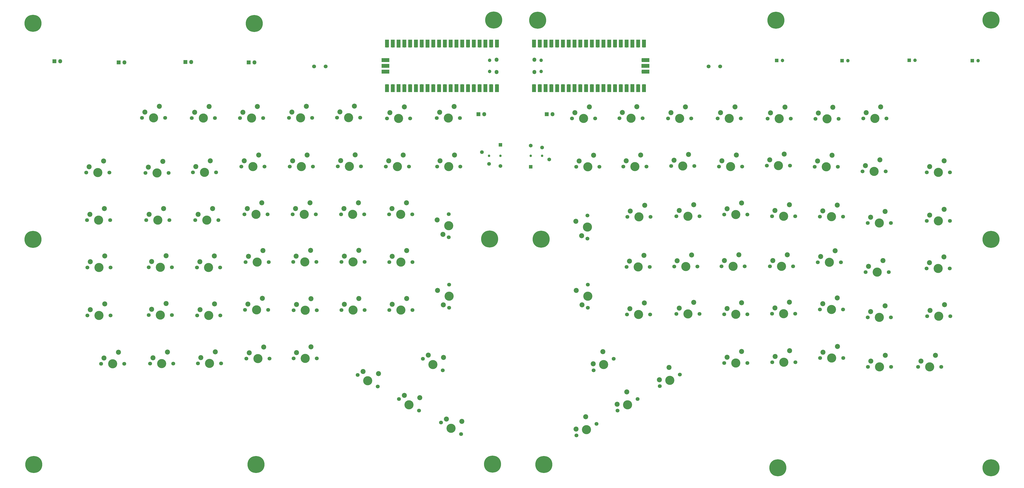
<source format=gbr>
%TF.GenerationSoftware,KiCad,Pcbnew,7.0.1-3b83917a11~172~ubuntu22.04.1*%
%TF.CreationDate,2023-03-22T13:00:23+01:00*%
%TF.ProjectId,Europe-ergo-smd,4575726f-7065-42d6-9572-676f2d736d64,rev?*%
%TF.SameCoordinates,Original*%
%TF.FileFunction,Soldermask,Bot*%
%TF.FilePolarity,Negative*%
%FSLAX46Y46*%
G04 Gerber Fmt 4.6, Leading zero omitted, Abs format (unit mm)*
G04 Created by KiCad (PCBNEW 7.0.1-3b83917a11~172~ubuntu22.04.1) date 2023-03-22 13:00:23*
%MOMM*%
%LPD*%
G01*
G04 APERTURE LIST*
%ADD10C,7.500000*%
%ADD11C,1.700000*%
%ADD12C,4.000000*%
%ADD13C,2.200000*%
%ADD14R,1.500000X1.500000*%
%ADD15O,1.500000X1.500000*%
%ADD16R,1.800000X1.800000*%
%ADD17O,1.800000X1.800000*%
%ADD18C,1.100000*%
%ADD19R,1.650000X1.650000*%
%ADD20C,1.650000*%
%ADD21O,1.700000X1.700000*%
%ADD22R,1.700000X3.500000*%
%ADD23R,1.700000X1.700000*%
%ADD24R,3.500000X1.700000*%
G04 APERTURE END LIST*
D10*
%TO.C,H13*%
X302750000Y-32600000D03*
%TD*%
D11*
%TO.C,SW41*%
X343900000Y-128700000D03*
D12*
X343900000Y-123620000D03*
D11*
X343900000Y-118540000D03*
D13*
X338820000Y-121080000D03*
X341360000Y-127430000D03*
%TD*%
D11*
%TO.C,SW64*%
X151340000Y-162280000D03*
D12*
X156420000Y-162280000D03*
D11*
X161500000Y-162280000D03*
D13*
X158960000Y-157200000D03*
X152610000Y-159740000D03*
%TD*%
D11*
%TO.C,SW48*%
X492775000Y-120880000D03*
D12*
X497855000Y-120880000D03*
D11*
X502935000Y-120880000D03*
D13*
X500395000Y-115800000D03*
X494045000Y-118340000D03*
%TD*%
D10*
%TO.C,H6*%
X521000000Y-32600000D03*
%TD*%
D14*
%TO.C,D42*%
X512730000Y-50440000D03*
D15*
X515270000Y-50440000D03*
%TD*%
D11*
%TO.C,SW45*%
X424920000Y-118880000D03*
D12*
X430000000Y-118880000D03*
D11*
X435080000Y-118880000D03*
D13*
X432540000Y-113800000D03*
X426190000Y-116340000D03*
%TD*%
D11*
%TO.C,SW76*%
X403920000Y-161960000D03*
D12*
X409000000Y-161960000D03*
D11*
X414080000Y-161960000D03*
D13*
X411540000Y-156880000D03*
X405190000Y-159420000D03*
%TD*%
D11*
%TO.C,SW83*%
X172920000Y-183500000D03*
D12*
X178000000Y-183500000D03*
D11*
X183080000Y-183500000D03*
D13*
X180540000Y-178420000D03*
X174190000Y-180960000D03*
%TD*%
D11*
%TO.C,SW62*%
X492675000Y-141800000D03*
D12*
X497755000Y-141800000D03*
D11*
X502835000Y-141800000D03*
D13*
X500295000Y-136720000D03*
X493945000Y-139260000D03*
%TD*%
D11*
%TO.C,SW47*%
X466920000Y-121840000D03*
D12*
X472000000Y-121840000D03*
D11*
X477080000Y-121840000D03*
D13*
X474540000Y-116760000D03*
X468190000Y-119300000D03*
%TD*%
D10*
%TO.C,H5*%
X100900000Y-228000000D03*
%TD*%
D11*
%TO.C,SW91*%
X375600586Y-193540009D03*
D12*
X379999995Y-191000009D03*
D11*
X384399405Y-188460009D03*
D13*
X379659700Y-185330600D03*
X375430439Y-190705305D03*
%TD*%
D11*
%TO.C,SW75*%
X382920000Y-161800000D03*
D12*
X388000000Y-161800000D03*
D11*
X393080000Y-161800000D03*
D13*
X390540000Y-156720000D03*
X384190000Y-159260000D03*
%TD*%
D10*
%TO.C,H1*%
X100500000Y-34000000D03*
%TD*%
D11*
%TO.C,SW40*%
X283000000Y-128080000D03*
D12*
X283000000Y-123000000D03*
D11*
X283000000Y-117920000D03*
D13*
X277920000Y-120460000D03*
X280460000Y-126810000D03*
%TD*%
D11*
%TO.C,SW61*%
X465920000Y-143380000D03*
D12*
X471000000Y-143380000D03*
D11*
X476080000Y-143380000D03*
D13*
X473540000Y-138300000D03*
X467190000Y-140840000D03*
%TD*%
D11*
%TO.C,SW13*%
X443920000Y-76000000D03*
D12*
X449000000Y-76000000D03*
D11*
X454080000Y-76000000D03*
D13*
X451540000Y-70920000D03*
X445190000Y-73460000D03*
%TD*%
D11*
%TO.C,SW39*%
X256840000Y-118000000D03*
D12*
X261920000Y-118000000D03*
D11*
X267000000Y-118000000D03*
D13*
X264460000Y-112920000D03*
X258110000Y-115460000D03*
%TD*%
D11*
%TO.C,SW36*%
X193340000Y-118000000D03*
D12*
X198420000Y-118000000D03*
D11*
X203500000Y-118000000D03*
D13*
X200960000Y-112920000D03*
X194610000Y-115460000D03*
%TD*%
D10*
%TO.C,H16*%
X427400000Y-229450000D03*
%TD*%
D11*
%TO.C,SW29*%
X422590000Y-96610000D03*
D12*
X427670000Y-96610000D03*
D11*
X432750000Y-96610000D03*
D13*
X430210000Y-91530000D03*
X423860000Y-94070000D03*
%TD*%
D11*
%TO.C,SW58*%
X402730000Y-140840000D03*
D12*
X407810000Y-140840000D03*
D11*
X412890000Y-140840000D03*
D13*
X410350000Y-135760000D03*
X404000000Y-138300000D03*
%TD*%
D11*
%TO.C,SW60*%
X444920000Y-139040000D03*
D12*
X450000000Y-139040000D03*
D11*
X455080000Y-139040000D03*
D13*
X452540000Y-133960000D03*
X446190000Y-136500000D03*
%TD*%
D11*
%TO.C,SW84*%
X194200000Y-181400000D03*
D12*
X199280000Y-181400000D03*
D11*
X204360000Y-181400000D03*
D13*
X201820000Y-176320000D03*
X195470000Y-178860000D03*
%TD*%
D10*
%TO.C,H2*%
X521000000Y-229450000D03*
%TD*%
D11*
%TO.C,SW6*%
X255920000Y-75800000D03*
D12*
X261000000Y-75800000D03*
D11*
X266080000Y-75800000D03*
D13*
X263540000Y-70720000D03*
X257190000Y-73260000D03*
%TD*%
D16*
%TO.C,D38*%
X296000000Y-74000000D03*
D17*
X298540000Y-74000000D03*
%TD*%
D11*
%TO.C,SW50*%
X151350000Y-141300000D03*
D12*
X156430000Y-141300000D03*
D11*
X161510000Y-141300000D03*
D13*
X158970000Y-136220000D03*
X152620000Y-138760000D03*
%TD*%
D11*
%TO.C,SW46*%
X445920000Y-118980000D03*
D12*
X451000000Y-118980000D03*
D11*
X456080000Y-118980000D03*
D13*
X453540000Y-113900000D03*
X447190000Y-116440000D03*
%TD*%
D11*
%TO.C,SW96*%
X488990000Y-185080000D03*
D12*
X494070000Y-185080000D03*
D11*
X499150000Y-185080000D03*
D13*
X496610000Y-180000000D03*
X490260000Y-182540000D03*
%TD*%
D11*
%TO.C,SW44*%
X403920000Y-118100000D03*
D12*
X409000000Y-118100000D03*
D11*
X414080000Y-118100000D03*
D13*
X411540000Y-113020000D03*
X405190000Y-115560000D03*
%TD*%
D11*
%TO.C,SW34*%
X150220000Y-120500000D03*
D12*
X155300000Y-120500000D03*
D11*
X160380000Y-120500000D03*
D13*
X157840000Y-115420000D03*
X151490000Y-117960000D03*
%TD*%
D11*
%TO.C,SW22*%
X234320000Y-96900000D03*
D12*
X239400000Y-96900000D03*
D11*
X244480000Y-96900000D03*
D13*
X241940000Y-91820000D03*
X235590000Y-94360000D03*
%TD*%
D11*
%TO.C,SW18*%
X149920000Y-99800000D03*
D12*
X155000000Y-99800000D03*
D11*
X160080000Y-99800000D03*
D13*
X157540000Y-94720000D03*
X151190000Y-97260000D03*
%TD*%
D11*
%TO.C,SW80*%
X492975000Y-162800000D03*
D12*
X498055000Y-162800000D03*
D11*
X503135000Y-162800000D03*
D13*
X500595000Y-157720000D03*
X494245000Y-160260000D03*
%TD*%
D11*
%TO.C,SW17*%
X123880000Y-99600000D03*
D12*
X128960000Y-99600000D03*
D11*
X134040000Y-99600000D03*
D13*
X131500000Y-94520000D03*
X125150000Y-97060000D03*
%TD*%
D11*
%TO.C,SW2*%
X170180000Y-75700000D03*
D12*
X175260000Y-75700000D03*
D11*
X180340000Y-75700000D03*
D13*
X177800000Y-70620000D03*
X171450000Y-73160000D03*
%TD*%
D11*
%TO.C,SW42*%
X361350000Y-119080000D03*
D12*
X366430000Y-119080000D03*
D11*
X371510000Y-119080000D03*
D13*
X368970000Y-114000000D03*
X362620000Y-116540000D03*
%TD*%
D11*
%TO.C,SW9*%
X357920000Y-75740000D03*
D12*
X363000000Y-75740000D03*
D11*
X368080000Y-75740000D03*
D13*
X365540000Y-70660000D03*
X359190000Y-73200000D03*
%TD*%
D11*
%TO.C,SW19*%
X170730000Y-99540000D03*
D12*
X175810000Y-99540000D03*
D11*
X180890000Y-99540000D03*
D13*
X178350000Y-94460000D03*
X172000000Y-97000000D03*
%TD*%
D10*
%TO.C,H10*%
X322000000Y-32650000D03*
%TD*%
D11*
%TO.C,SW70*%
X283180000Y-159080000D03*
D12*
X283180000Y-154000000D03*
D11*
X283180000Y-148920000D03*
D13*
X278100000Y-151460000D03*
X280640000Y-157810000D03*
%TD*%
D11*
%TO.C,SW11*%
X401000000Y-75860000D03*
D12*
X406080000Y-75860000D03*
D11*
X411160000Y-75860000D03*
D13*
X408620000Y-70780000D03*
X402270000Y-73320000D03*
%TD*%
D11*
%TO.C,SW89*%
X339010586Y-215200009D03*
D12*
X343409995Y-212660009D03*
D11*
X347809405Y-210120009D03*
D13*
X343069700Y-206990600D03*
X338840439Y-212365305D03*
%TD*%
D14*
%TO.C,D40*%
X455614700Y-50440000D03*
D15*
X458154700Y-50440000D03*
%TD*%
D11*
%TO.C,SW94*%
X445990000Y-181180000D03*
D12*
X451070000Y-181180000D03*
D11*
X456150000Y-181180000D03*
D13*
X453610000Y-176100000D03*
X447260000Y-178640000D03*
%TD*%
D11*
%TO.C,SW1*%
X148380000Y-75600000D03*
D12*
X153460000Y-75600000D03*
D11*
X158540000Y-75600000D03*
D13*
X156000000Y-70520000D03*
X149650000Y-73060000D03*
%TD*%
D10*
%TO.C,H8*%
X426550000Y-32650000D03*
%TD*%
D11*
%TO.C,SW53*%
X214760000Y-138940000D03*
D12*
X219840000Y-138940000D03*
D11*
X224920000Y-138940000D03*
D13*
X222380000Y-133860000D03*
X216030000Y-136400000D03*
%TD*%
D11*
%TO.C,SW56*%
X361050000Y-141080000D03*
D12*
X366130000Y-141080000D03*
D11*
X371210000Y-141080000D03*
D13*
X368670000Y-136000000D03*
X362320000Y-138540000D03*
%TD*%
D11*
%TO.C,SW72*%
X346600586Y-186540009D03*
D12*
X350999995Y-184000009D03*
D11*
X355399405Y-181460009D03*
D13*
X350659700Y-178330600D03*
X346430439Y-183705305D03*
%TD*%
D11*
%TO.C,SW78*%
X445920000Y-159800000D03*
D12*
X451000000Y-159800000D03*
D11*
X456080000Y-159800000D03*
D13*
X453540000Y-154720000D03*
X447190000Y-157260000D03*
%TD*%
D11*
%TO.C,SW77*%
X424920000Y-161720000D03*
D12*
X430000000Y-161720000D03*
D11*
X435080000Y-161720000D03*
D13*
X432540000Y-156640000D03*
X426190000Y-159180000D03*
%TD*%
D11*
%TO.C,SW28*%
X401590000Y-97000000D03*
D12*
X406670000Y-97000000D03*
D11*
X411750000Y-97000000D03*
D13*
X409210000Y-91920000D03*
X402860000Y-94460000D03*
%TD*%
D16*
%TO.C,D32*%
X138100000Y-51200000D03*
D17*
X140640000Y-51200000D03*
%TD*%
D11*
%TO.C,SW95*%
X466990000Y-185080000D03*
D12*
X472070000Y-185080000D03*
D11*
X477150000Y-185080000D03*
D13*
X474610000Y-180000000D03*
X468260000Y-182540000D03*
%TD*%
D11*
%TO.C,SW3*%
X191380000Y-75700000D03*
D12*
X196460000Y-75700000D03*
D11*
X201540000Y-75700000D03*
D13*
X199000000Y-70620000D03*
X192650000Y-73160000D03*
%TD*%
D11*
%TO.C,SW7*%
X277720000Y-75700000D03*
D12*
X282800000Y-75700000D03*
D11*
X287880000Y-75700000D03*
D13*
X285340000Y-70620000D03*
X278990000Y-73160000D03*
%TD*%
D11*
%TO.C,SW55*%
X256920000Y-139000000D03*
D12*
X262000000Y-139000000D03*
D11*
X267080000Y-139000000D03*
D13*
X264540000Y-133920000D03*
X258190000Y-136460000D03*
%TD*%
D11*
%TO.C,SW57*%
X381920000Y-140980000D03*
D12*
X387000000Y-140980000D03*
D11*
X392080000Y-140980000D03*
D13*
X389540000Y-135900000D03*
X383190000Y-138440000D03*
%TD*%
D10*
%TO.C,H15*%
X302200000Y-227800000D03*
%TD*%
%TO.C,H9*%
X300900000Y-128800000D03*
%TD*%
%TO.C,H7*%
X100500000Y-129000000D03*
%TD*%
%TO.C,H4*%
X521000000Y-129000000D03*
%TD*%
D11*
%TO.C,SW14*%
X464920000Y-75840000D03*
D12*
X470000000Y-75840000D03*
D11*
X475080000Y-75840000D03*
D13*
X472540000Y-70760000D03*
X466190000Y-73300000D03*
%TD*%
D11*
%TO.C,SW52*%
X193840000Y-139000000D03*
D12*
X198920000Y-139000000D03*
D11*
X204000000Y-139000000D03*
D13*
X201460000Y-133920000D03*
X195110000Y-136460000D03*
%TD*%
D14*
%TO.C,D39*%
X426914700Y-50340000D03*
D15*
X429454700Y-50340000D03*
%TD*%
D11*
%TO.C,SW71*%
X271600586Y-181460009D03*
D12*
X275999995Y-184000009D03*
D11*
X280399405Y-186540009D03*
D13*
X280739700Y-180870600D03*
X273970439Y-179895305D03*
%TD*%
D11*
%TO.C,SW67*%
X214920000Y-160120000D03*
D12*
X220000000Y-160120000D03*
D11*
X225080000Y-160120000D03*
D13*
X222540000Y-155040000D03*
X216190000Y-157580000D03*
%TD*%
D11*
%TO.C,SW49*%
X124380000Y-141400000D03*
D12*
X129460000Y-141400000D03*
D11*
X134540000Y-141400000D03*
D13*
X132000000Y-136320000D03*
X125650000Y-138860000D03*
%TD*%
D11*
%TO.C,SW21*%
X213220000Y-97040000D03*
D12*
X218300000Y-97040000D03*
D11*
X223380000Y-97040000D03*
D13*
X220840000Y-91960000D03*
X214490000Y-94500000D03*
%TD*%
D11*
%TO.C,SW82*%
X151920000Y-183580000D03*
D12*
X157000000Y-183580000D03*
D11*
X162080000Y-183580000D03*
D13*
X159540000Y-178500000D03*
X153190000Y-181040000D03*
%TD*%
D10*
%TO.C,H14*%
X324750000Y-228000000D03*
%TD*%
D11*
%TO.C,SW27*%
X380590000Y-96740000D03*
D12*
X385670000Y-96740000D03*
D11*
X390750000Y-96740000D03*
D13*
X388210000Y-91660000D03*
X381860000Y-94200000D03*
%TD*%
D16*
%TO.C,D31*%
X109900000Y-50700000D03*
D17*
X112440000Y-50700000D03*
%TD*%
D11*
%TO.C,SW32*%
X492775000Y-99540000D03*
D12*
X497855000Y-99540000D03*
D11*
X502935000Y-99540000D03*
D13*
X500395000Y-94460000D03*
X494045000Y-97000000D03*
%TD*%
D11*
%TO.C,SW79*%
X466920000Y-163260000D03*
D12*
X472000000Y-163260000D03*
D11*
X477080000Y-163260000D03*
D13*
X474540000Y-158180000D03*
X468190000Y-160720000D03*
%TD*%
D11*
%TO.C,SW66*%
X193580000Y-159980000D03*
D12*
X198660000Y-159980000D03*
D11*
X203740000Y-159980000D03*
D13*
X201200000Y-154900000D03*
X194850000Y-157440000D03*
%TD*%
D11*
%TO.C,SW63*%
X124380000Y-162480000D03*
D12*
X129460000Y-162480000D03*
D11*
X134540000Y-162480000D03*
D13*
X132000000Y-157400000D03*
X125650000Y-159940000D03*
%TD*%
D11*
%TO.C,SW90*%
X357070586Y-204300009D03*
D12*
X361469995Y-201760009D03*
D11*
X365869405Y-199220009D03*
D13*
X361129700Y-196090600D03*
X356900439Y-201465305D03*
%TD*%
D11*
%TO.C,SW92*%
X403920000Y-183340000D03*
D12*
X409000000Y-183340000D03*
D11*
X414080000Y-183340000D03*
D13*
X411540000Y-178260000D03*
X405190000Y-180800000D03*
%TD*%
D16*
%TO.C,D43*%
X326000000Y-74000000D03*
D17*
X328540000Y-74000000D03*
%TD*%
D11*
%TO.C,SW87*%
X261140586Y-199180009D03*
D12*
X265539995Y-201720009D03*
D11*
X269939405Y-204260009D03*
D13*
X270279700Y-198590600D03*
X263510439Y-197615305D03*
%TD*%
D11*
%TO.C,SW4*%
X212920000Y-75600000D03*
D12*
X218000000Y-75600000D03*
D11*
X223080000Y-75600000D03*
D13*
X220540000Y-70520000D03*
X214190000Y-73060000D03*
%TD*%
D11*
%TO.C,SW37*%
X214460000Y-118040000D03*
D12*
X219540000Y-118040000D03*
D11*
X224620000Y-118040000D03*
D13*
X222080000Y-112960000D03*
X215730000Y-115500000D03*
%TD*%
D11*
%TO.C,SW33*%
X124240000Y-120500000D03*
D12*
X129320000Y-120500000D03*
D11*
X134400000Y-120500000D03*
D13*
X131860000Y-115420000D03*
X125510000Y-117960000D03*
%TD*%
D11*
%TO.C,SW51*%
X172530000Y-141400000D03*
D12*
X177610000Y-141400000D03*
D11*
X182690000Y-141400000D03*
D13*
X180150000Y-136320000D03*
X173800000Y-138860000D03*
%TD*%
D11*
%TO.C,SW5*%
X233920000Y-75500000D03*
D12*
X239000000Y-75500000D03*
D11*
X244080000Y-75500000D03*
D13*
X241540000Y-70420000D03*
X235190000Y-72960000D03*
%TD*%
D11*
%TO.C,SW12*%
X422920000Y-75940000D03*
D12*
X428000000Y-75940000D03*
D11*
X433080000Y-75940000D03*
D13*
X430540000Y-70860000D03*
X424190000Y-73400000D03*
%TD*%
D10*
%TO.C,H11*%
X198400000Y-228000000D03*
%TD*%
D11*
%TO.C,SW31*%
X464590000Y-99080000D03*
D12*
X469670000Y-99080000D03*
D11*
X474750000Y-99080000D03*
D13*
X472210000Y-94000000D03*
X465860000Y-96540000D03*
%TD*%
D10*
%TO.C,H12*%
X323550000Y-128900000D03*
%TD*%
D11*
%TO.C,SW43*%
X382920000Y-118840000D03*
D12*
X388000000Y-118840000D03*
D11*
X393080000Y-118840000D03*
D13*
X390540000Y-113760000D03*
X384190000Y-116300000D03*
%TD*%
D11*
%TO.C,SW85*%
X214920000Y-181340000D03*
D12*
X220000000Y-181340000D03*
D11*
X225080000Y-181340000D03*
D13*
X222540000Y-176260000D03*
X216190000Y-178800000D03*
%TD*%
D16*
%TO.C,D37*%
X195200000Y-51200000D03*
D17*
X197740000Y-51200000D03*
%TD*%
D11*
%TO.C,SW8*%
X337050000Y-75840000D03*
D12*
X342130000Y-75840000D03*
D11*
X347210000Y-75840000D03*
D13*
X344670000Y-70760000D03*
X338320000Y-73300000D03*
%TD*%
D11*
%TO.C,SW10*%
X379260000Y-75840000D03*
D12*
X384340000Y-75840000D03*
D11*
X389420000Y-75840000D03*
D13*
X386880000Y-70760000D03*
X380530000Y-73300000D03*
%TD*%
D11*
%TO.C,SW68*%
X235920000Y-160080000D03*
D12*
X241000000Y-160080000D03*
D11*
X246080000Y-160080000D03*
D13*
X243540000Y-155000000D03*
X237190000Y-157540000D03*
%TD*%
D11*
%TO.C,SW26*%
X359590000Y-96980000D03*
D12*
X364670000Y-96980000D03*
D11*
X369750000Y-96980000D03*
D13*
X367210000Y-91900000D03*
X360860000Y-94440000D03*
%TD*%
D11*
%TO.C,SW24*%
X277920000Y-97000000D03*
D12*
X283000000Y-97000000D03*
D11*
X288080000Y-97000000D03*
D13*
X285540000Y-91920000D03*
X279190000Y-94460000D03*
%TD*%
D11*
%TO.C,SW38*%
X235760000Y-118000000D03*
D12*
X240840000Y-118000000D03*
D11*
X245920000Y-118000000D03*
D13*
X243380000Y-112920000D03*
X237030000Y-115460000D03*
%TD*%
D11*
%TO.C,SW35*%
X171730000Y-120540000D03*
D12*
X176810000Y-120540000D03*
D11*
X181890000Y-120540000D03*
D13*
X179350000Y-115460000D03*
X173000000Y-118000000D03*
%TD*%
D11*
%TO.C,SW81*%
X130380000Y-183680000D03*
D12*
X135460000Y-183680000D03*
D11*
X140540000Y-183680000D03*
D13*
X138000000Y-178600000D03*
X131650000Y-181140000D03*
%TD*%
D10*
%TO.C,H3*%
X197600000Y-34100000D03*
%TD*%
D11*
%TO.C,SW20*%
X192000000Y-97000000D03*
D12*
X197080000Y-97000000D03*
D11*
X202160000Y-97000000D03*
D13*
X199620000Y-91920000D03*
X193270000Y-94460000D03*
%TD*%
D11*
%TO.C,SW88*%
X279630186Y-209564709D03*
D12*
X284029595Y-212104709D03*
D11*
X288429005Y-214644709D03*
D13*
X288769300Y-208975300D03*
X282000039Y-208000005D03*
%TD*%
D11*
%TO.C,SW86*%
X243060586Y-188630009D03*
D12*
X247459995Y-191170009D03*
D11*
X251859405Y-193710009D03*
D13*
X252199700Y-188040600D03*
X245430439Y-187065305D03*
%TD*%
D11*
%TO.C,SW23*%
X255420000Y-97000000D03*
D12*
X260500000Y-97000000D03*
D11*
X265580000Y-97000000D03*
D13*
X263040000Y-91920000D03*
X256690000Y-94460000D03*
%TD*%
D11*
%TO.C,SW73*%
X344000000Y-159080000D03*
D12*
X344000000Y-154000000D03*
D11*
X344000000Y-148920000D03*
D13*
X338920000Y-151460000D03*
X341460000Y-157810000D03*
%TD*%
D11*
%TO.C,SW54*%
X235940000Y-138900000D03*
D12*
X241020000Y-138900000D03*
D11*
X246100000Y-138900000D03*
D13*
X243560000Y-133820000D03*
X237210000Y-136360000D03*
%TD*%
D11*
%TO.C,SW69*%
X256920000Y-160080000D03*
D12*
X262000000Y-160080000D03*
D11*
X267080000Y-160080000D03*
D13*
X264540000Y-155000000D03*
X258190000Y-157540000D03*
%TD*%
D11*
%TO.C,SW74*%
X361250000Y-162000000D03*
D12*
X366330000Y-162000000D03*
D11*
X371410000Y-162000000D03*
D13*
X368870000Y-156920000D03*
X362520000Y-159460000D03*
%TD*%
D11*
%TO.C,SW93*%
X424990000Y-182980000D03*
D12*
X430070000Y-182980000D03*
D11*
X435150000Y-182980000D03*
D13*
X432610000Y-177900000D03*
X426260000Y-180440000D03*
%TD*%
D11*
%TO.C,SW65*%
X172580000Y-162480000D03*
D12*
X177660000Y-162480000D03*
D11*
X182740000Y-162480000D03*
D13*
X180200000Y-157400000D03*
X173850000Y-159940000D03*
%TD*%
D16*
%TO.C,D36*%
X167400000Y-51000000D03*
D17*
X169940000Y-51000000D03*
%TD*%
D11*
%TO.C,SW30*%
X443590000Y-97080000D03*
D12*
X448670000Y-97080000D03*
D11*
X453750000Y-97080000D03*
D13*
X451210000Y-92000000D03*
X444860000Y-94540000D03*
%TD*%
D14*
%TO.C,D41*%
X485114700Y-50240000D03*
D15*
X487654700Y-50240000D03*
%TD*%
D11*
%TO.C,SW59*%
X423920000Y-140880000D03*
D12*
X429000000Y-140880000D03*
D11*
X434080000Y-140880000D03*
D13*
X431540000Y-135800000D03*
X425190000Y-138340000D03*
%TD*%
D11*
%TO.C,SW25*%
X338920000Y-97080000D03*
D12*
X344000000Y-97080000D03*
D11*
X349080000Y-97080000D03*
D13*
X346540000Y-92000000D03*
X340190000Y-94540000D03*
%TD*%
D11*
%TO.C,SW16*%
X397010000Y-53000000D03*
X402090000Y-53000000D03*
%TD*%
D18*
%TO.C,J2*%
X318975000Y-92250000D03*
X323975000Y-92250000D03*
D19*
X318975000Y-97050000D03*
D20*
X323975000Y-88650000D03*
X327075000Y-93850000D03*
X318975000Y-87750000D03*
%TD*%
D17*
%TO.C,U1*%
X304000000Y-55450000D03*
D15*
X300970000Y-55150000D03*
X300970000Y-50300000D03*
D17*
X304000000Y-50000000D03*
D21*
X304130000Y-61615000D03*
D22*
X304130000Y-62515000D03*
D21*
X301590000Y-61615000D03*
D22*
X301590000Y-62515000D03*
D23*
X299050000Y-61615000D03*
D22*
X299050000Y-62515000D03*
D21*
X296510000Y-61615000D03*
D22*
X296510000Y-62515000D03*
D21*
X293970000Y-61615000D03*
D22*
X293970000Y-62515000D03*
D21*
X291430000Y-61615000D03*
D22*
X291430000Y-62515000D03*
D21*
X288890000Y-61615000D03*
D22*
X288890000Y-62515000D03*
D23*
X286350000Y-61615000D03*
D22*
X286350000Y-62515000D03*
D21*
X283810000Y-61615000D03*
D22*
X283810000Y-62515000D03*
D21*
X281270000Y-61615000D03*
D22*
X281270000Y-62515000D03*
D21*
X278730000Y-61615000D03*
D22*
X278730000Y-62515000D03*
D21*
X276190000Y-61615000D03*
D22*
X276190000Y-62515000D03*
D23*
X273650000Y-61615000D03*
D22*
X273650000Y-62515000D03*
D21*
X271110000Y-61615000D03*
D22*
X271110000Y-62515000D03*
D21*
X268570000Y-61615000D03*
D22*
X268570000Y-62515000D03*
D21*
X266030000Y-61615000D03*
D22*
X266030000Y-62515000D03*
D21*
X263490000Y-61615000D03*
D22*
X263490000Y-62515000D03*
D23*
X260950000Y-61615000D03*
D22*
X260950000Y-62515000D03*
D21*
X258410000Y-61615000D03*
D22*
X258410000Y-62515000D03*
D21*
X255870000Y-61615000D03*
D22*
X255870000Y-62515000D03*
D21*
X255870000Y-43835000D03*
D22*
X255870000Y-42935000D03*
D21*
X258410000Y-43835000D03*
D22*
X258410000Y-42935000D03*
D23*
X260950000Y-43835000D03*
D22*
X260950000Y-42935000D03*
D21*
X263490000Y-43835000D03*
D22*
X263490000Y-42935000D03*
D21*
X266030000Y-43835000D03*
D22*
X266030000Y-42935000D03*
D21*
X268570000Y-43835000D03*
D22*
X268570000Y-42935000D03*
D21*
X271110000Y-43835000D03*
D22*
X271110000Y-42935000D03*
D23*
X273650000Y-43835000D03*
D22*
X273650000Y-42935000D03*
D21*
X276190000Y-43835000D03*
D22*
X276190000Y-42935000D03*
D21*
X278730000Y-43835000D03*
D22*
X278730000Y-42935000D03*
D21*
X281270000Y-43835000D03*
D22*
X281270000Y-42935000D03*
D21*
X283810000Y-43835000D03*
D22*
X283810000Y-42935000D03*
D23*
X286350000Y-43835000D03*
D22*
X286350000Y-42935000D03*
D21*
X288890000Y-43835000D03*
D22*
X288890000Y-42935000D03*
D21*
X291430000Y-43835000D03*
D22*
X291430000Y-42935000D03*
D21*
X293970000Y-43835000D03*
D22*
X293970000Y-42935000D03*
D21*
X296510000Y-43835000D03*
D22*
X296510000Y-42935000D03*
D23*
X299050000Y-43835000D03*
D22*
X299050000Y-42935000D03*
D21*
X301590000Y-43835000D03*
D22*
X301590000Y-42935000D03*
D21*
X304130000Y-43835000D03*
D22*
X304130000Y-42935000D03*
D21*
X256100000Y-55265000D03*
D24*
X255200000Y-55265000D03*
D23*
X256100000Y-52725000D03*
D24*
X255200000Y-52725000D03*
D21*
X256100000Y-50185000D03*
D24*
X255200000Y-50185000D03*
%TD*%
D17*
%TO.C,U2*%
X320550000Y-50000000D03*
D15*
X323580000Y-50300000D03*
X323580000Y-55150000D03*
D17*
X320550000Y-55450000D03*
D21*
X320420000Y-43835000D03*
D22*
X320420000Y-42935000D03*
D21*
X322960000Y-43835000D03*
D22*
X322960000Y-42935000D03*
D23*
X325500000Y-43835000D03*
D22*
X325500000Y-42935000D03*
D21*
X328040000Y-43835000D03*
D22*
X328040000Y-42935000D03*
D21*
X330580000Y-43835000D03*
D22*
X330580000Y-42935000D03*
D21*
X333120000Y-43835000D03*
D22*
X333120000Y-42935000D03*
D21*
X335660000Y-43835000D03*
D22*
X335660000Y-42935000D03*
D23*
X338200000Y-43835000D03*
D22*
X338200000Y-42935000D03*
D21*
X340740000Y-43835000D03*
D22*
X340740000Y-42935000D03*
D21*
X343280000Y-43835000D03*
D22*
X343280000Y-42935000D03*
D21*
X345820000Y-43835000D03*
D22*
X345820000Y-42935000D03*
D21*
X348360000Y-43835000D03*
D22*
X348360000Y-42935000D03*
D23*
X350900000Y-43835000D03*
D22*
X350900000Y-42935000D03*
D21*
X353440000Y-43835000D03*
D22*
X353440000Y-42935000D03*
D21*
X355980000Y-43835000D03*
D22*
X355980000Y-42935000D03*
D21*
X358520000Y-43835000D03*
D22*
X358520000Y-42935000D03*
D21*
X361060000Y-43835000D03*
D22*
X361060000Y-42935000D03*
D23*
X363600000Y-43835000D03*
D22*
X363600000Y-42935000D03*
D21*
X366140000Y-43835000D03*
D22*
X366140000Y-42935000D03*
D21*
X368680000Y-43835000D03*
D22*
X368680000Y-42935000D03*
D21*
X368680000Y-61615000D03*
D22*
X368680000Y-62515000D03*
D21*
X366140000Y-61615000D03*
D22*
X366140000Y-62515000D03*
D23*
X363600000Y-61615000D03*
D22*
X363600000Y-62515000D03*
D21*
X361060000Y-61615000D03*
D22*
X361060000Y-62515000D03*
D21*
X358520000Y-61615000D03*
D22*
X358520000Y-62515000D03*
D21*
X355980000Y-61615000D03*
D22*
X355980000Y-62515000D03*
D21*
X353440000Y-61615000D03*
D22*
X353440000Y-62515000D03*
D23*
X350900000Y-61615000D03*
D22*
X350900000Y-62515000D03*
D21*
X348360000Y-61615000D03*
D22*
X348360000Y-62515000D03*
D21*
X345820000Y-61615000D03*
D22*
X345820000Y-62515000D03*
D21*
X343280000Y-61615000D03*
D22*
X343280000Y-62515000D03*
D21*
X340740000Y-61615000D03*
D22*
X340740000Y-62515000D03*
D23*
X338200000Y-61615000D03*
D22*
X338200000Y-62515000D03*
D21*
X335660000Y-61615000D03*
D22*
X335660000Y-62515000D03*
D21*
X333120000Y-61615000D03*
D22*
X333120000Y-62515000D03*
D21*
X330580000Y-61615000D03*
D22*
X330580000Y-62515000D03*
D21*
X328040000Y-61615000D03*
D22*
X328040000Y-62515000D03*
D23*
X325500000Y-61615000D03*
D22*
X325500000Y-62515000D03*
D21*
X322960000Y-61615000D03*
D22*
X322960000Y-62515000D03*
D21*
X320420000Y-61615000D03*
D22*
X320420000Y-62515000D03*
D21*
X368450000Y-50185000D03*
D24*
X369350000Y-50185000D03*
D23*
X368450000Y-52725000D03*
D24*
X369350000Y-52725000D03*
D21*
X368450000Y-55265000D03*
D24*
X369350000Y-55265000D03*
%TD*%
D11*
%TO.C,SW15*%
X229000000Y-53000000D03*
X223920000Y-53000000D03*
%TD*%
D18*
%TO.C,J1*%
X305670000Y-92230000D03*
X300670000Y-92230000D03*
D19*
X305670000Y-87430000D03*
D20*
X300670000Y-95830000D03*
X297570000Y-90630000D03*
X305670000Y-96730000D03*
%TD*%
M02*

</source>
